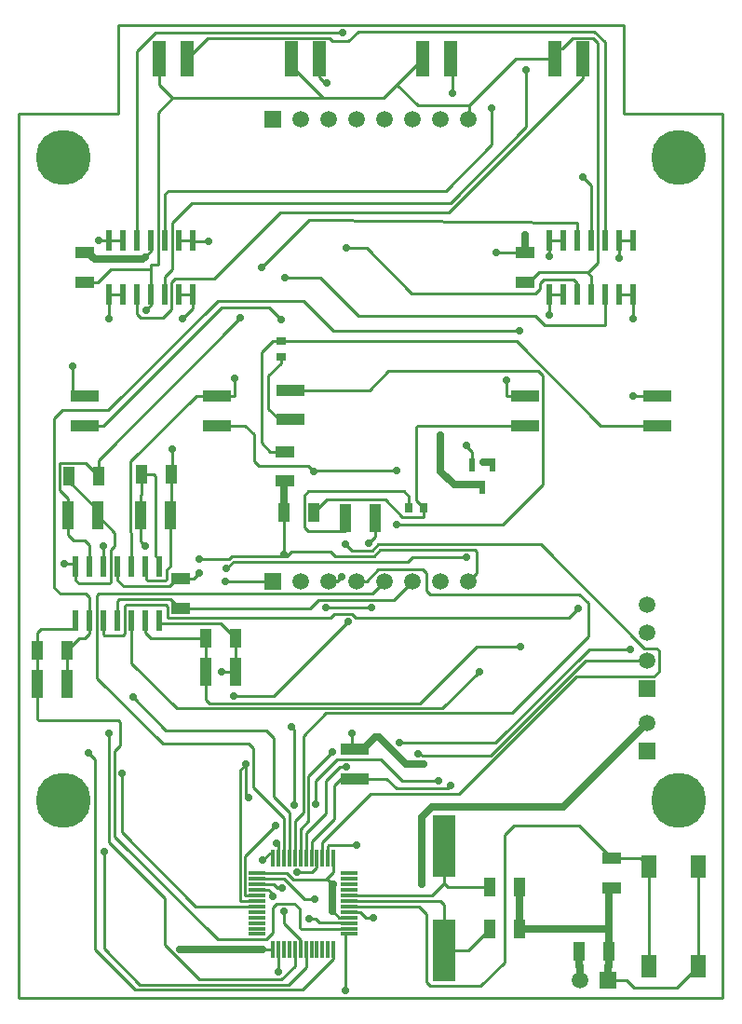
<source format=gbl>
G04*
G04 #@! TF.GenerationSoftware,Altium Limited,Altium Designer,20.1.8 (145)*
G04*
G04 Layer_Physical_Order=2*
G04 Layer_Color=16711680*
%FSLAX25Y25*%
%MOIN*%
G70*
G04*
G04 #@! TF.SameCoordinates,EC9590D4-A93B-4016-A152-F587195DA6AB*
G04*
G04*
G04 #@! TF.FilePolarity,Positive*
G04*
G01*
G75*
%ADD13C,0.01000*%
%ADD14R,0.05000X0.12520*%
%ADD15R,0.04331X0.10236*%
%ADD16R,0.06693X0.04331*%
%ADD17R,0.03150X0.03543*%
%ADD20R,0.10236X0.04331*%
%ADD21R,0.03543X0.03150*%
%ADD22R,0.04331X0.06693*%
%ADD39C,0.02756*%
%ADD40R,0.05906X0.05906*%
%ADD41C,0.05906*%
%ADD42R,0.05906X0.05906*%
%ADD43C,0.19685*%
%ADD44C,0.02756*%
%ADD45R,0.02362X0.05118*%
G04:AMPARAMS|DCode=46|XSize=11.02mil|YSize=61.42mil|CornerRadius=2.76mil|HoleSize=0mil|Usage=FLASHONLY|Rotation=90.000|XOffset=0mil|YOffset=0mil|HoleType=Round|Shape=RoundedRectangle|*
%AMROUNDEDRECTD46*
21,1,0.01102,0.05591,0,0,90.0*
21,1,0.00551,0.06142,0,0,90.0*
1,1,0.00551,0.02795,0.00276*
1,1,0.00551,0.02795,-0.00276*
1,1,0.00551,-0.02795,-0.00276*
1,1,0.00551,-0.02795,0.00276*
%
%ADD46ROUNDEDRECTD46*%
G04:AMPARAMS|DCode=47|XSize=11.02mil|YSize=61.42mil|CornerRadius=2.76mil|HoleSize=0mil|Usage=FLASHONLY|Rotation=180.000|XOffset=0mil|YOffset=0mil|HoleType=Round|Shape=RoundedRectangle|*
%AMROUNDEDRECTD47*
21,1,0.01102,0.05591,0,0,180.0*
21,1,0.00551,0.06142,0,0,180.0*
1,1,0.00551,-0.00276,0.02795*
1,1,0.00551,0.00276,0.02795*
1,1,0.00551,0.00276,-0.02795*
1,1,0.00551,-0.00276,-0.02795*
%
%ADD47ROUNDEDRECTD47*%
G04:AMPARAMS|DCode=48|XSize=82.68mil|YSize=54.33mil|CornerRadius=4.08mil|HoleSize=0mil|Usage=FLASHONLY|Rotation=90.000|XOffset=0mil|YOffset=0mil|HoleType=Round|Shape=RoundedRectangle|*
%AMROUNDEDRECTD48*
21,1,0.08268,0.04618,0,0,90.0*
21,1,0.07453,0.05433,0,0,90.0*
1,1,0.00815,0.02309,0.03726*
1,1,0.00815,0.02309,-0.03726*
1,1,0.00815,-0.02309,-0.03726*
1,1,0.00815,-0.02309,0.03726*
%
%ADD48ROUNDEDRECTD48*%
%ADD49R,0.02000X0.07800*%
%ADD50R,0.08300X0.22000*%
%ADD51C,0.01575*%
D13*
X292098Y523900D02*
X294611D01*
X195185Y342250D02*
X196120D01*
X176322D02*
X195185D01*
X287150Y346500D02*
X324250Y309400D01*
X226604Y344264D02*
X228840Y346500D01*
X287150D01*
X241000Y342000D02*
X260335D01*
X260500Y341835D01*
X263414Y344500D02*
X264000Y343914D01*
Y336189D02*
Y343914D01*
X229368Y344500D02*
X263414D01*
X227344Y342476D02*
X229368Y344500D01*
X262260Y375134D02*
Y379765D01*
X260500Y381525D02*
X262260Y379765D01*
X260500Y381525D02*
Y382000D01*
X195185Y343128D02*
Y358000D01*
Y342250D02*
Y343128D01*
X235500Y353700D02*
X273500D01*
X287800Y368000D01*
X261236Y333425D02*
X264000Y336189D01*
X239463Y340463D02*
X241000Y342000D01*
X196120Y342250D02*
X197870Y344000D01*
X174500Y337900D02*
X177063Y340463D01*
X239463D01*
X164700Y341315D02*
X175387D01*
X176322Y342250D01*
X217185Y346665D02*
X219587Y344264D01*
X197870Y344000D02*
X211845D01*
X219587Y344264D02*
X226604D01*
X213369Y342476D02*
X227344D01*
X225508Y346929D02*
X227815Y349236D01*
X225500Y346929D02*
X225508D01*
X211845Y344000D02*
X213369Y342476D01*
X130700Y201900D02*
Y236800D01*
X132453Y239893D02*
X152500Y219846D01*
X132453Y239893D02*
Y278980D01*
X134500Y242000D02*
X171300Y205200D01*
X243086Y389134D02*
X281354D01*
X242500Y388548D02*
X243086Y389134D01*
X242500Y362453D02*
Y388548D01*
Y362453D02*
X245256Y359697D01*
X237994Y365500D02*
X239744Y363750D01*
Y359500D02*
Y363750D01*
X203750Y365500D02*
X237994D01*
X206315Y373000D02*
X235500D01*
X205815Y372500D02*
X206315Y373000D01*
X245256Y356500D02*
Y359697D01*
X160366Y520189D02*
X167914Y527736D01*
X211264D01*
X100252Y184213D02*
X352220D01*
X100252D02*
Y500748D01*
X135685D01*
Y532244D01*
X316787D01*
Y500748D02*
Y532244D01*
Y500748D02*
X352220D01*
Y184213D02*
Y500748D01*
X198531Y226500D02*
X210000D01*
X196204Y228827D02*
X198531Y226500D01*
X185543Y228827D02*
X196204D01*
X195142Y226858D02*
X202500Y219500D01*
X191320Y224890D02*
X192710Y223500D01*
X194500D01*
X152714Y325000D02*
X153300Y324414D01*
X138000D02*
X138586Y325000D01*
X153300Y320332D02*
Y324414D01*
X138000Y314686D02*
Y324414D01*
X138586Y325000D02*
X152714D01*
X137414Y314100D02*
X138000Y314686D01*
X130600Y314100D02*
X137414D01*
X133000Y344500D02*
X134500Y346000D01*
X121750Y332500D02*
X132414D01*
X133000Y333086D02*
Y344500D01*
X132414Y332500D02*
X133000Y333086D01*
X152414Y333513D02*
X153000Y334098D01*
Y337485D02*
X154315Y338800D01*
X146505Y333513D02*
X152414D01*
X153000Y334098D02*
Y337485D01*
X154315Y338800D02*
Y357000D01*
X145920Y334098D02*
Y338280D01*
X145500Y338700D02*
X145920Y338280D01*
Y334098D02*
X146505Y333513D01*
X154815Y357500D02*
Y371500D01*
X154315Y357000D02*
X154815Y357500D01*
Y371500D02*
X155000Y371685D01*
Y380500D01*
X303576Y443900D02*
X304976Y442500D01*
X307500Y447300D02*
Y525986D01*
X305749Y527736D02*
X307500Y525986D01*
X304100Y443900D02*
X307500Y447300D01*
X309976Y435930D02*
X310000Y435906D01*
Y425000D02*
Y435906D01*
X320000Y399500D02*
X328335D01*
X328598Y399764D01*
X125000Y272000D02*
X127500Y269500D01*
Y201528D02*
X141768Y187260D01*
X127500Y201528D02*
Y269500D01*
X217051Y187000D02*
Y207173D01*
X116300Y339700D02*
X120500D01*
X128315Y357000D02*
X134500Y350815D01*
Y346000D02*
Y350815D01*
X107271Y283500D02*
X135914D01*
X136500Y274500D02*
Y282914D01*
X135914Y283500D02*
X136500Y282914D01*
X106685Y284086D02*
X107271Y283500D01*
X106685Y284086D02*
Y296500D01*
X128200Y298800D02*
X151600Y275400D01*
X182550D01*
X128200Y298800D02*
Y328414D01*
X134500Y272500D02*
X136500Y274500D01*
X134500Y242000D02*
Y272500D01*
X137000Y243500D02*
Y264335D01*
X106685Y296500D02*
Y308500D01*
X137000Y264335D02*
X137165Y264500D01*
X163484Y217016D02*
X185543D01*
X137000Y243500D02*
X163484Y217016D01*
X108085Y316400D02*
X120500D01*
X203815Y374500D02*
X205815Y372500D01*
X224793Y452500D02*
X240893Y436400D01*
X217500Y452500D02*
X224793D01*
X248203Y220953D02*
X252500Y225250D01*
Y238700D01*
X171300Y205200D02*
X188900D01*
X191200Y207500D01*
Y216700D01*
X214962Y267100D02*
X217400D01*
X214147Y269765D02*
X229615D01*
X203835Y263735D02*
X212500Y272400D01*
X203835Y247504D02*
Y263735D01*
X201016Y244685D02*
X203835Y247504D01*
X206500Y262118D02*
X214147Y269765D01*
X206500Y253500D02*
Y262118D01*
X209929Y250379D02*
Y262067D01*
X214962Y267100D01*
X202984Y243434D02*
X209929Y250379D01*
X128786Y329000D02*
X226811D01*
X231236Y333425D01*
X128200Y328414D02*
X128786Y329000D01*
X144185Y371500D02*
X148414D01*
X150500Y338700D02*
Y341600D01*
X150000Y342100D02*
X150500Y341600D01*
X149586Y342100D02*
X150000D01*
X148414Y371500D02*
X149000Y370914D01*
Y342686D02*
X149586Y342100D01*
X149000Y342686D02*
Y370914D01*
X112900Y391600D02*
X115800Y394500D01*
X132200D02*
X171300Y433600D01*
X115800Y394500D02*
X132200D01*
X219500Y274315D02*
X220500Y273315D01*
X219500Y274315D02*
Y279000D01*
X156600Y288000D02*
X251800D01*
X276713Y286213D02*
X304000Y313500D01*
X210213Y286213D02*
X276713D01*
X202000Y278000D02*
X210213Y286213D01*
X243887Y289787D02*
X264100Y310000D01*
X251800Y288000D02*
X264950Y301150D01*
X168463Y289787D02*
X243887D01*
X202000Y250500D02*
Y278000D01*
X167185Y291065D02*
X168463Y289787D01*
X140500Y304100D02*
X156600Y288000D01*
X177253Y292200D02*
X191400D01*
X177000Y292453D02*
X177253Y292200D01*
X268944Y271000D02*
X302944Y305000D01*
X243000Y271500D02*
X243336Y271164D01*
X244300D01*
X244464Y271000D01*
X268944D01*
X270917Y275500D02*
X304417Y309000D01*
X236500Y275500D02*
X270917D01*
X224500Y213000D02*
X227000D01*
X218457Y215047D02*
X222453D01*
X224500Y213000D01*
X304417Y309000D02*
X319000D01*
X187500Y201750D02*
X187500Y201750D01*
X193142Y193642D02*
Y201543D01*
X193000Y193500D02*
X193142Y193642D01*
X199047Y195778D02*
Y201543D01*
X194104Y190835D02*
X199047Y195778D01*
X164896Y190835D02*
X194104D01*
X152500Y203231D02*
X164896Y190835D01*
X196700Y189047D02*
X202984Y195331D01*
X143553Y189047D02*
X196700D01*
X130700Y201900D02*
X143553Y189047D01*
X201856Y187260D02*
X212827Y198231D01*
X141768Y187260D02*
X201856D01*
X202500Y219500D02*
X206000D01*
X152500Y203231D02*
Y219846D01*
X335732Y188000D02*
X343319Y195587D01*
X317900Y190500D02*
X320400Y188000D01*
X335732D01*
X187500Y201750D02*
X191173D01*
X145375Y449475D02*
X147496Y451596D01*
Y455330D01*
Y446700D02*
X150000D01*
X147496Y445000D02*
Y446700D01*
X150000D02*
Y501000D01*
X155161Y506161D01*
X128492Y440315D02*
X133177Y445000D01*
X147496D01*
Y435930D02*
Y445000D01*
X212500Y224673D02*
Y224851D01*
X210852Y226500D02*
X212500Y224851D01*
X210000Y226500D02*
X210852D01*
X212827Y229327D02*
Y234457D01*
X210000Y226500D02*
X212827Y229327D01*
X302098Y477998D02*
X304976Y475120D01*
X278028Y520189D02*
X292098D01*
X261339Y503500D02*
Y503500D01*
X278028Y520189D01*
X235583Y510917D02*
X243000Y503500D01*
X261339Y498882D02*
Y503500D01*
X243000D02*
X261339D01*
X255500Y507957D02*
Y519543D01*
X235583Y510917D02*
X244854Y520189D01*
X230915Y506250D02*
X235583Y510917D01*
X254854Y520189D02*
X255500Y519543D01*
X261236Y498780D02*
X261339Y498882D01*
X212500Y215250D02*
X212750D01*
X214898Y213102D01*
X218433D02*
X218457Y213079D01*
X214898Y213102D02*
X218433D01*
X204000Y212500D02*
X206500D01*
X200605Y209676D02*
Y216192D01*
Y209676D02*
X201191Y209091D01*
X218405D01*
X198797Y218000D02*
X200605Y216192D01*
X192500Y218000D02*
X198797D01*
X191200Y216700D02*
X192500Y218000D01*
X206500Y212500D02*
X207760Y211240D01*
X215573D01*
X218405Y209091D02*
X218457Y209142D01*
X195100Y210920D02*
X201016Y205004D01*
Y201543D02*
Y205004D01*
X303576Y443900D02*
X304100D01*
X286285D02*
X303576D01*
X155250Y506250D02*
X209160D01*
X252500Y225250D02*
X253750Y224000D01*
X150500Y318445D02*
X172370D01*
X203750Y351253D02*
X217185D01*
X119400Y399764D02*
Y410300D01*
X162496Y455100D02*
X168200D01*
X190000Y236100D02*
X191173D01*
X197079Y234457D02*
Y250500D01*
X191400Y256179D02*
X197079Y250500D01*
X191400Y256179D02*
Y277300D01*
X188700Y280000D02*
X191400Y277300D01*
X152900Y280000D02*
X188700D01*
X141000Y291900D02*
X152900Y280000D01*
X195100Y210920D02*
Y215200D01*
X191400Y292200D02*
X218100Y318900D01*
X214225Y333425D02*
X215800Y335000D01*
X211236Y333425D02*
X214225D01*
X174125D02*
X191236D01*
X210858Y238724D02*
X211000Y238866D01*
X210858Y234457D02*
Y238724D01*
X158000Y334315D02*
X162664D01*
X164700Y336351D01*
X145600Y430400D02*
X147496Y432296D01*
X150366Y510956D02*
Y520189D01*
Y510956D02*
X155161Y506161D01*
X155250Y506250D01*
X197610Y517800D02*
Y520189D01*
Y517800D02*
X209160Y506250D01*
X230915D01*
X123874Y440315D02*
X128492D01*
X218457Y220953D02*
X248203D01*
X253750Y224000D02*
X268685D01*
X185543Y222921D02*
X189579D01*
X130500Y314200D02*
Y319300D01*
Y314200D02*
X130600Y314100D01*
X153300Y320332D02*
X153400Y320232D01*
X211891D01*
X213234Y321576D01*
X219464D01*
X220807Y320232D01*
X296982D01*
X300550Y323800D01*
X130500Y338700D02*
Y346000D01*
X119400Y399764D02*
X123874D01*
X281354Y450945D02*
X281500D01*
X304976Y455330D02*
Y475120D01*
X299976Y455330D02*
Y461800D01*
X204100Y462700D02*
X299976Y461800D01*
X187164Y445764D02*
X204100Y462700D01*
X195500Y442000D02*
X208200D01*
X221800Y428400D01*
X285150D01*
X288550Y425000D01*
X310000D01*
X195110Y234457D02*
Y248700D01*
X184200Y259610D02*
X195110Y248700D01*
X184200Y259610D02*
Y273750D01*
X182550Y275400D02*
X184200Y273750D01*
X199047Y234457D02*
Y247547D01*
X202000Y250500D01*
X304000Y313500D02*
Y325665D01*
X300865Y328800D02*
X304000Y325665D01*
X247500Y328800D02*
X300865D01*
X246200Y330100D02*
X247500Y328800D01*
X246200Y330100D02*
Y336250D01*
X244750Y337700D02*
X246200Y336250D01*
X228901Y337700D02*
X244750D01*
X224626Y333425D02*
X228901Y337700D01*
X221236Y333425D02*
X224626D01*
X185543Y226858D02*
X195142D01*
X211000Y238866D02*
X221007D01*
X311000Y190500D02*
X317900D01*
X343319Y195587D02*
Y231413D01*
X195185Y368870D02*
X195500Y369185D01*
X147496Y432296D02*
Y435930D01*
X156819Y334315D02*
X158000D01*
X154004Y331500D02*
X156819Y334315D01*
X137725Y331500D02*
X154004D01*
X135500Y333725D02*
X137725Y331500D01*
X135500Y333725D02*
Y338700D01*
X292098Y520189D02*
Y523900D01*
X294611D02*
X298447Y527736D01*
X305749D01*
X282700Y440315D02*
X286285Y443900D01*
X304976Y435930D02*
Y442500D01*
X281354Y440315D02*
X282700D01*
X202984Y195331D02*
Y201543D01*
X218457Y218984D02*
X251250D01*
X252500Y217734D01*
Y201300D02*
Y217734D01*
Y201300D02*
X260985D01*
X268685Y209000D01*
X106685Y308500D02*
Y315000D01*
X108085Y316400D01*
X120500D02*
Y319300D01*
X117315Y296500D02*
Y308500D01*
Y308530D01*
X121785Y313000D01*
X123750D01*
X125500Y314750D01*
Y319300D01*
Y327500D01*
X124000Y329000D02*
X125500Y327500D01*
X115000Y329000D02*
X124000D01*
X112900Y331100D02*
X115000Y329000D01*
X112900Y331100D02*
Y391600D01*
X171300Y433600D02*
X202200D01*
X212900Y422900D01*
X279500D01*
X177815Y301000D02*
Y313000D01*
X172370Y318445D02*
X177815Y313000D01*
X150500Y318445D02*
Y319300D01*
X172900Y301000D02*
X177815D01*
X215573Y211240D02*
X215652Y211161D01*
X218405D01*
X218457Y211110D01*
X167185Y301000D02*
Y313000D01*
X147500D02*
X167185D01*
X145500Y315000D02*
X147500Y313000D01*
X145500Y315000D02*
Y319300D01*
X167185Y291065D02*
Y301000D01*
X264100Y310000D02*
X279700D01*
X212827Y198231D02*
Y201543D01*
X143685Y347715D02*
X145500Y345900D01*
X143685Y347715D02*
Y357000D01*
Y364000D01*
X144185Y364500D01*
Y371500D01*
X217051Y207173D02*
X218457D01*
X120500Y338700D02*
Y339700D01*
Y333750D02*
Y338700D01*
Y333750D02*
X121750Y332500D01*
X128315Y357000D02*
Y358900D01*
X118185Y369030D02*
X128315Y358900D01*
X118185Y369030D02*
Y371000D01*
X117685Y350000D02*
Y357000D01*
Y350000D02*
X119785Y347900D01*
X123850D01*
X125500Y346250D01*
Y338700D02*
Y346250D01*
X117685Y357000D02*
Y363000D01*
X114700Y365985D02*
X117685Y363000D01*
X114700Y365985D02*
Y375600D01*
X114800Y375700D01*
X124115D01*
X128815Y371000D01*
Y376800D01*
X179500Y427485D01*
X218457Y217016D02*
X243414D01*
X246086Y214344D01*
Y189914D02*
Y214344D01*
Y189914D02*
X247500Y188500D01*
X265414D01*
X274000Y197086D01*
Y242500D01*
X277500Y246000D01*
X300815D01*
X312500Y234315D01*
X322780D01*
X325681Y231413D01*
Y195587D02*
Y231413D01*
X210085Y324000D02*
X226300D01*
X191000Y220750D02*
Y221500D01*
X189579Y222921D02*
X191000Y221500D01*
X193142Y234457D02*
Y238958D01*
X192400Y239700D02*
X193142Y238958D01*
X211264Y527736D02*
X212500Y526500D01*
X218000D01*
X221603Y530103D01*
X306123D01*
X309976Y526250D01*
Y455330D02*
Y526250D01*
X299976Y435930D02*
Y440000D01*
X298676Y441300D02*
X299976Y440000D01*
X288000Y441300D02*
X298676D01*
X286700Y440000D02*
X288000Y441300D01*
X286700Y438100D02*
Y440000D01*
X285000Y436400D02*
X286700Y438100D01*
X240893Y436400D02*
X285000D01*
X209660Y511700D02*
X210300D01*
X207610Y513750D02*
X209660Y511700D01*
X207610Y513750D02*
Y520189D01*
X269500Y489500D02*
Y502500D01*
X253100Y473100D02*
X269500Y489500D01*
X153750Y473100D02*
X253100D01*
X152496Y471846D02*
X153750Y473100D01*
X152496Y455330D02*
Y471846D01*
X142496Y428941D02*
Y435930D01*
Y428941D02*
X143750Y427687D01*
X151687D01*
X154800Y430800D01*
Y440250D01*
X156250Y441700D01*
X170100D01*
X193600Y465200D01*
X254098D01*
X302098Y513200D01*
Y520189D01*
X217185Y351253D02*
Y356000D01*
X202300Y352703D02*
X203750Y351253D01*
X202300Y352703D02*
Y364050D01*
X203750Y365500D01*
X193300Y391185D02*
X197500D01*
X189500Y394985D02*
X193300Y391185D01*
X189500Y394985D02*
Y406900D01*
X194000Y411400D01*
Y413744D01*
X204953Y234457D02*
Y240351D01*
X212944Y248342D01*
Y260229D01*
X215400Y262685D01*
X220500D01*
X231915D01*
X235265Y259335D01*
X253635D01*
X254600Y260300D01*
X140500Y304100D02*
Y319300D01*
X274900Y399764D02*
X281354D01*
X274800Y399864D02*
Y405400D01*
Y399864D02*
X274900Y399764D01*
X289976Y449500D02*
Y455330D01*
X294976D01*
X314976Y448900D02*
Y455330D01*
X319976D01*
Y427323D02*
Y435930D01*
X314976D02*
X319976D01*
X289976Y428573D02*
Y435930D01*
X294976D01*
X128755Y455300D02*
X128785Y455330D01*
X132496D01*
X137496D01*
X157496D02*
X162496D01*
Y455100D02*
Y455330D01*
X140500Y338700D02*
Y350700D01*
X140200Y351000D02*
X140500Y350700D01*
X140200Y351000D02*
Y376200D01*
X163764Y399764D01*
X171118D01*
X177300D01*
X177400Y399864D01*
Y405900D01*
X158746Y427323D02*
X162496Y431073D01*
Y435930D01*
X157496D02*
X162496D01*
X132496Y427323D02*
Y435930D01*
X137496D01*
X201016Y234457D02*
Y244685D01*
X227815Y349236D02*
Y356000D01*
X202984Y234457D02*
Y243434D01*
X287800Y368000D02*
Y406950D01*
X286250Y408500D02*
X287800Y406950D01*
X232385Y408500D02*
X286250D01*
X225700Y401815D02*
X232385Y408500D01*
X197500Y401815D02*
X225700D01*
X197600Y281200D02*
X198785Y280015D01*
Y253400D02*
Y280015D01*
X199600Y229200D02*
X205000D01*
X206921Y231121D01*
Y234457D01*
X208890D02*
Y240000D01*
X226177Y257287D01*
X257760D01*
X299772Y299300D01*
X327500D01*
X329300Y301100D01*
Y308500D01*
X328400Y309400D02*
X329300Y308500D01*
X324250Y309400D02*
X328400D01*
X181500Y256900D02*
X182400Y256000D01*
X181500Y256900D02*
Y268000D01*
X179300Y219084D02*
X185543Y218984D01*
X179300Y219084D02*
Y265800D01*
X181500Y268000D01*
X237380Y262000D02*
X250500D01*
X229615Y269765D02*
X237380Y262000D01*
X181200Y220953D02*
X185543D01*
X181100Y221053D02*
X181200Y220953D01*
X181100Y221053D02*
Y234900D01*
X192222Y246022D01*
X191173Y234457D02*
Y236100D01*
X187500Y233600D02*
X190000Y236100D01*
X302944Y305000D02*
X325000D01*
X185543Y224890D02*
X191320D01*
X191173Y201543D02*
Y201750D01*
X271000Y450945D02*
X281354D01*
X234511Y326700D02*
X241236Y333425D01*
X207500Y326700D02*
X234511D01*
X204485Y323685D02*
X207500Y326700D01*
X158000Y323685D02*
X204485D01*
X157883D02*
X158000D01*
X154568Y327000D02*
X157883Y323685D01*
X136250Y327000D02*
X154568D01*
X135500Y326250D02*
X136250Y327000D01*
X135500Y319300D02*
Y326250D01*
X205815Y358000D02*
X210315Y362500D01*
X231400D01*
X237500Y356400D01*
X245156D01*
X245256Y356500D01*
X190185Y379815D02*
X195500D01*
X187000Y383000D02*
X190185Y379815D01*
X187000Y383000D02*
Y415193D01*
X191063Y419256D01*
X194000D01*
X278444D01*
X308566Y389134D01*
X328598D01*
X123874D02*
X130534D01*
X172600Y431200D01*
X189900D01*
X194000Y427100D01*
X171118Y389134D02*
X181250D01*
X184350Y386034D01*
Y376250D02*
Y386034D01*
Y376250D02*
X186100Y374500D01*
X203815D01*
X142496Y455330D02*
Y522946D01*
X149074Y529524D01*
X216076D01*
X152496Y435930D02*
Y442400D01*
X155000Y444904D01*
Y461750D01*
X162050Y468800D01*
X254700D01*
X281800Y495900D01*
Y516400D01*
D14*
X160366Y520189D02*
D03*
X150366D02*
D03*
X197610D02*
D03*
X207610D02*
D03*
X254854D02*
D03*
X244854D02*
D03*
X292098D02*
D03*
X302098D02*
D03*
D15*
X167185Y301000D02*
D03*
X177815D02*
D03*
X117315Y296500D02*
D03*
X106685D02*
D03*
X154315Y357000D02*
D03*
X143685D02*
D03*
X117685D02*
D03*
X128315D02*
D03*
X227815Y356000D02*
D03*
X217185D02*
D03*
D16*
X281354Y440315D02*
D03*
Y450945D02*
D03*
X123874Y440315D02*
D03*
Y450945D02*
D03*
X195500Y379815D02*
D03*
Y369185D02*
D03*
X312500Y234315D02*
D03*
Y223685D02*
D03*
X158000Y323685D02*
D03*
Y334315D02*
D03*
D17*
X245256Y359500D02*
D03*
X239744D02*
D03*
D20*
X220500Y262685D02*
D03*
Y273315D02*
D03*
X197500Y391185D02*
D03*
Y401815D02*
D03*
X171118Y399764D02*
D03*
Y389134D02*
D03*
X123874D02*
D03*
Y399764D02*
D03*
X328598Y389134D02*
D03*
Y399764D02*
D03*
X281354Y389134D02*
D03*
Y399764D02*
D03*
D21*
X194000Y419256D02*
D03*
Y413744D02*
D03*
D22*
X106685Y308500D02*
D03*
X117315D02*
D03*
X279315Y224000D02*
D03*
X268685D02*
D03*
X279315Y209000D02*
D03*
X268685D02*
D03*
X205815Y358000D02*
D03*
X195185D02*
D03*
X128815Y371000D02*
D03*
X118185D02*
D03*
X154815Y371500D02*
D03*
X144185D02*
D03*
X167185Y313000D02*
D03*
X177815D02*
D03*
X300685Y201000D02*
D03*
X311315D02*
D03*
D39*
X251222Y372778D02*
X256000Y368000D01*
X264866D01*
X251222Y372778D02*
Y385748D01*
X266260Y376134D02*
X268740D01*
X220500Y273315D02*
X223453D01*
X227638Y277500D01*
X229000D01*
X238665Y267835D02*
X245000D01*
X229000Y277500D02*
X238665Y267835D01*
X311315Y209085D02*
Y222898D01*
Y201000D02*
Y209085D01*
X279500Y209000D02*
X311230D01*
X311315Y209085D01*
Y222898D02*
X312102Y223685D01*
X312500D01*
X157750Y201750D02*
X187500D01*
X281500Y450945D02*
Y457400D01*
X144400Y448500D02*
X145375Y449475D01*
X125842Y450114D02*
X127457Y448500D01*
X125842Y450114D02*
Y450158D01*
X127457Y448500D02*
X144400D01*
X123874Y450945D02*
X125055D01*
X125842Y450158D01*
X212500Y215250D02*
Y224673D01*
X244500Y248912D02*
X248088Y252500D01*
X244500Y225000D02*
Y248912D01*
X248088Y252500D02*
X295000D01*
X279315Y209000D02*
Y224000D01*
X311000Y190500D02*
Y195500D01*
X311315Y195815D01*
Y201000D01*
X195185Y358000D02*
Y368870D01*
X295000Y252500D02*
X325000Y282500D01*
X301000Y190500D02*
Y195500D01*
X300685Y195815D02*
X301000Y195500D01*
X300685Y195815D02*
Y201000D01*
D40*
X191236Y498780D02*
D03*
Y333425D02*
D03*
X311000Y190500D02*
D03*
D41*
X201236Y498780D02*
D03*
X211236D02*
D03*
X221236D02*
D03*
X231236D02*
D03*
X241236D02*
D03*
X251236D02*
D03*
X261236D02*
D03*
X325000Y305000D02*
D03*
Y315000D02*
D03*
Y325000D02*
D03*
Y282500D02*
D03*
X201236Y333425D02*
D03*
X211236D02*
D03*
X221236D02*
D03*
X231236D02*
D03*
X241236D02*
D03*
X251236D02*
D03*
X261236D02*
D03*
X301000Y190500D02*
D03*
D42*
X325000Y295000D02*
D03*
Y272500D02*
D03*
D43*
X116000Y255079D02*
D03*
Y485000D02*
D03*
X336472Y255079D02*
D03*
Y485000D02*
D03*
D44*
X260500Y341835D02*
D03*
Y382000D02*
D03*
X266260Y376134D02*
D03*
X195185Y343128D02*
D03*
X225500Y346929D02*
D03*
X217185Y346665D02*
D03*
X130700Y236800D02*
D03*
X251222Y385748D02*
D03*
X235500Y373000D02*
D03*
X229000Y277500D02*
D03*
X194500Y223500D02*
D03*
X198785Y253400D02*
D03*
X155000Y380500D02*
D03*
X320000Y399500D02*
D03*
X187164Y445764D02*
D03*
X125000Y272000D02*
D03*
X137165Y264500D02*
D03*
X132453Y278980D02*
D03*
X217500Y452500D02*
D03*
X217400Y267100D02*
D03*
X206500Y253500D02*
D03*
X219500Y279000D02*
D03*
X177000Y292453D02*
D03*
X243000Y271500D02*
D03*
X236500Y275500D02*
D03*
X227000Y213000D02*
D03*
X187500Y201750D02*
D03*
X193000Y193500D02*
D03*
X206000Y219500D02*
D03*
X145375Y449475D02*
D03*
X212827Y225000D02*
D03*
X244500Y225000D02*
D03*
X302098Y477998D02*
D03*
X255500Y507957D02*
D03*
X157750Y201750D02*
D03*
X212500Y215250D02*
D03*
X204000Y212500D02*
D03*
X141000Y291900D02*
D03*
X195100Y215200D02*
D03*
X218100Y318900D02*
D03*
X215800Y335000D02*
D03*
X174125Y333425D02*
D03*
X245000Y267835D02*
D03*
X164700Y336351D02*
D03*
X145600Y430400D02*
D03*
X300550Y323800D02*
D03*
X130500Y346000D02*
D03*
X119400Y410300D02*
D03*
X281500Y457400D02*
D03*
X205815Y372500D02*
D03*
X195500Y442000D02*
D03*
X221007Y238866D02*
D03*
X164700Y341315D02*
D03*
X174500Y337900D02*
D03*
X279500Y422900D02*
D03*
X172900Y301000D02*
D03*
X279700Y310000D02*
D03*
X145500Y345900D02*
D03*
X217051Y187000D02*
D03*
X116300Y339700D02*
D03*
X179500Y427485D02*
D03*
X210085Y324000D02*
D03*
X226300D02*
D03*
X191000Y220750D02*
D03*
X192400Y239700D02*
D03*
X210300Y511700D02*
D03*
X269500Y502500D02*
D03*
X254600Y260300D02*
D03*
X264950Y301150D02*
D03*
X274800Y405400D02*
D03*
X289976Y449500D02*
D03*
X314976Y448900D02*
D03*
X319976Y427323D02*
D03*
X289976Y428573D02*
D03*
X128755Y455300D02*
D03*
X168200Y455100D02*
D03*
X177400Y405900D02*
D03*
X158746Y427323D02*
D03*
X132496D02*
D03*
X212500Y272400D02*
D03*
X235500Y353700D02*
D03*
X197600Y281200D02*
D03*
X199600Y229200D02*
D03*
X182400Y256000D02*
D03*
X181500Y268000D02*
D03*
X250500Y262000D02*
D03*
X192222Y246022D02*
D03*
X187500Y233600D02*
D03*
X319000Y309000D02*
D03*
X271000Y450945D02*
D03*
X194000Y427100D02*
D03*
X216076Y529524D02*
D03*
X281800Y516400D02*
D03*
D45*
X262260Y375134D02*
D03*
X269740D02*
D03*
X266000Y366866D02*
D03*
D46*
X218457Y228827D02*
D03*
Y226858D02*
D03*
Y224890D02*
D03*
Y222921D02*
D03*
Y220953D02*
D03*
Y218984D02*
D03*
Y217016D02*
D03*
Y215047D02*
D03*
Y213079D02*
D03*
Y211110D02*
D03*
Y209142D02*
D03*
Y207173D02*
D03*
X185543D02*
D03*
Y209142D02*
D03*
Y211110D02*
D03*
Y213079D02*
D03*
Y215047D02*
D03*
Y217016D02*
D03*
Y218984D02*
D03*
Y220953D02*
D03*
Y222921D02*
D03*
Y224890D02*
D03*
Y226858D02*
D03*
Y228827D02*
D03*
D47*
X212827Y201543D02*
D03*
X210858D02*
D03*
X208890D02*
D03*
X206921D02*
D03*
X204953D02*
D03*
X202984D02*
D03*
X201016D02*
D03*
X199047D02*
D03*
X197079D02*
D03*
X195110D02*
D03*
X193142D02*
D03*
X191173D02*
D03*
Y234457D02*
D03*
X193142D02*
D03*
X195110D02*
D03*
X197079D02*
D03*
X199047D02*
D03*
X201016D02*
D03*
X202984D02*
D03*
X204953D02*
D03*
X206921D02*
D03*
X208890D02*
D03*
X210858D02*
D03*
X212827D02*
D03*
D48*
X343319Y231413D02*
D03*
X325681D02*
D03*
X343319Y195587D02*
D03*
X325681D02*
D03*
D49*
X150500Y338700D02*
D03*
X145500D02*
D03*
X140500D02*
D03*
X135500D02*
D03*
X130500D02*
D03*
X125500D02*
D03*
X120500D02*
D03*
Y319300D02*
D03*
X125500D02*
D03*
X130500D02*
D03*
X135500D02*
D03*
X140500D02*
D03*
X145500D02*
D03*
X150500D02*
D03*
X132496Y435930D02*
D03*
X137496D02*
D03*
X142496D02*
D03*
X147496D02*
D03*
X152496D02*
D03*
X157496D02*
D03*
X162496D02*
D03*
Y455330D02*
D03*
X157496D02*
D03*
X152496D02*
D03*
X147496D02*
D03*
X142496D02*
D03*
X137496D02*
D03*
X132496D02*
D03*
X289976D02*
D03*
X294976D02*
D03*
X299976D02*
D03*
X304976D02*
D03*
X309976D02*
D03*
X314976D02*
D03*
X319976D02*
D03*
Y435930D02*
D03*
X314976D02*
D03*
X309976D02*
D03*
X304976D02*
D03*
X299976D02*
D03*
X294976D02*
D03*
X289976D02*
D03*
D50*
X252500Y238700D02*
D03*
Y201300D02*
D03*
D51*
X264866Y368000D02*
X266000Y366866D01*
X268740Y376134D02*
X269740Y375134D01*
M02*

</source>
